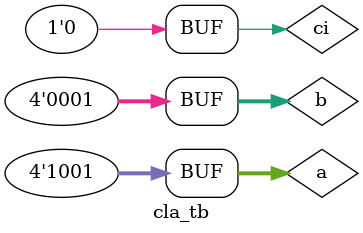
<source format=v>
module cla(
	input [3:0]a,b,
	input ci,
	output [3:0]s,
	output [4:1]c);
	wire [3:0]p,g;
	genvar i;
	for(i=0;i<4;i=i+1)
	begin
	assign g[i]=a[i]&b[i];
	assign p[i]=a[i]|b[i];
	assign c[i+1]= g[i]|(p[i]&c[i]);
	end
	assign s[0] = a[0] ^ b[0] ^ ci;
	for (i=1 ; i<4; i=i+1)
	begin
	assign s[i] = a[i] ^ b[i] ^ c[i];
	end
endmodule

module cla_tb;

wire [3:0]s;
wire [4:1]c;
reg [3:0]a,b;
reg ci;

cla z(.a(a), .b(b), .ci(ci), .s(s), .c(c));

initial
begin
$monitor ("%b %b   %b %b",a,b,c[4], s);

a=4'b1001;
b=4'b0001;
ci= 1'b0;

end
endmodule


</source>
